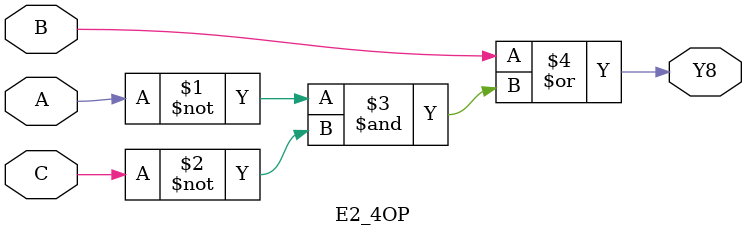
<source format=v>
module E1_1GL(input wire A, B, C, output wire Y1);
//ejercicio 1.1 con GateLevel Modeling

  wire outAN, outBN, outCN, out01, out02, out03, out04;

//not's
  not U1 (outAN,A);
  not U2 (outBN,B);
  not U3 (outCN,C);

//compuertas

  and U4 (out01, outAN, outCN);
  and U5 (out02, A, C);
  and U6 (out03, A, outBN);
  or U7 (Y1, out01, out02, out03);
endmodule

module E1_2GL(input wire A, B, C, output wire Y2);
//ejercicio 1.2 con GateLevel Modeling

  wire outAN, outBN, outCN, out01, out02, out03, out04;

//not's
  not U2 (Y2,B);

endmodule

module E1_3OP(input wire A, B, C, D, output wire Y3);
//ejercicio 1.3 con operadores
  assign Y3 = (~A & ~B & ~C & ~D) | (~A & ~B & C & D) | (~A & B & ~C & D) | (~A & B & C & ~D) | (A & B & ~C & ~D) | (A & B & C & D) | (A & ~B & ~C & D) | (A & ~B & C & ~D);

endmodule

module E1_4GL (input wire A, B, C, D, output wire Y4);
  //Ejercicio 1.4 con GateLevel Modeling

  wire outAN, outBN, outCN, outDN, out01, out02, out03, out04;
  //not's
    not U1 (outAN,A);
    not U2 (outBN,B);
    not U3 (outCN,C);
    not U4 (outDN,D);

  //compuertas

  and U5(out01, A, B);
  and U6(out02, A, outCN, outDN);
  and U7(out03, A, B, C);
  or U8(Y4, out01, out02, out03);
endmodule //E1_4

module E2_1OP (input wire A, B, C, D, output wire Y5);
//Ejercicio 2.1  con operadores
  assign Y5 = (~B & ~C & ~D) | (A & ~C) | (A & ~B) | (A & C & ~D);

endmodule // E2_1OP


module E2_2GL (input A, B, C, output wire Y6);
//Ejercicio 2.2 con GateLevel Modeling

  //Not's
  not U1 (outAN,A);
  not U2 (outBN,B);
  not U3 (outCN,C);

  //compuertas
  or U5 (Y6, C, outBN);

endmodule // E2_2GL

module E2_3OP (input A, B, C, D, output wire Y7);

  assign Y7= (B) | (~C & D) | (A & ~B & D);

endmodule // E2_3OP

module E2_4OP (input A, B, C, output wire Y8);

  assign Y8 = (B) | (~A & ~C);

endmodule // E2_4OP

</source>
